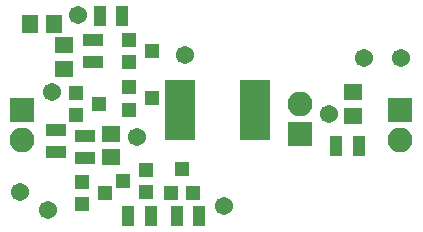
<source format=gbr>
G04 #@! TF.GenerationSoftware,KiCad,Pcbnew,5.0-dev-unknown-997d4de~62~ubuntu17.10.1*
G04 #@! TF.CreationDate,2018-02-23T16:35:03-08:00*
G04 #@! TF.ProjectId,Daughter_Board,44617567687465725F426F6172642E6B,0.1*
G04 #@! TF.SameCoordinates,Original*
G04 #@! TF.FileFunction,Soldermask,Top*
G04 #@! TF.FilePolarity,Negative*
%FSLAX46Y46*%
G04 Gerber Fmt 4.6, Leading zero omitted, Abs format (unit mm)*
G04 Created by KiCad (PCBNEW 5.0-dev-unknown-997d4de~62~ubuntu17.10.1) date Fri Feb 23 16:35:03 2018*
%MOMM*%
%LPD*%
G01*
G04 APERTURE LIST*
%ADD10R,2.600000X5.100000*%
%ADD11R,1.650000X1.400000*%
%ADD12R,1.300000X1.200000*%
%ADD13O,2.100000X2.100000*%
%ADD14R,2.100000X2.100000*%
%ADD15R,1.200000X1.300000*%
%ADD16R,1.700000X1.100000*%
%ADD17R,1.100000X1.700000*%
%ADD18C,1.543000*%
%ADD19R,1.400000X1.650000*%
G04 APERTURE END LIST*
D10*
X108200000Y-91000000D03*
X101800000Y-91000000D03*
D11*
X116500000Y-91500000D03*
X116500000Y-89500000D03*
X96000000Y-93000000D03*
X96000000Y-95000000D03*
D12*
X97000000Y-97000000D03*
X99000000Y-96050000D03*
X99000000Y-97950000D03*
X93500000Y-97050000D03*
X93500000Y-98950000D03*
X95500000Y-98000000D03*
D13*
X120500000Y-93540000D03*
D14*
X120500000Y-91000000D03*
D13*
X88500000Y-93540000D03*
D14*
X88500000Y-91000000D03*
X112000000Y-93000000D03*
D13*
X112000000Y-90460000D03*
D12*
X93000000Y-89550000D03*
X93000000Y-91450000D03*
X95000000Y-90500000D03*
X99500000Y-86000000D03*
X97500000Y-86950000D03*
X97500000Y-85050000D03*
X97500000Y-89050000D03*
X97500000Y-90950000D03*
X99500000Y-90000000D03*
D15*
X102000000Y-96000000D03*
X102950000Y-98000000D03*
X101050000Y-98000000D03*
D16*
X94500000Y-86950000D03*
X94500000Y-85050000D03*
X91300000Y-92675000D03*
X91300000Y-94575000D03*
D17*
X96950000Y-83000000D03*
X95050000Y-83000000D03*
D16*
X93825000Y-93150000D03*
X93825000Y-95050000D03*
D17*
X101550000Y-100000000D03*
X103450000Y-100000000D03*
X99375000Y-100000000D03*
X97475000Y-100000000D03*
X116950000Y-94000000D03*
X115050000Y-94000000D03*
D11*
X92000000Y-85500000D03*
X92000000Y-87500000D03*
D18*
X117450000Y-86625000D03*
X120550000Y-86625000D03*
X90975000Y-89450000D03*
X98175000Y-93275000D03*
X93175000Y-82950000D03*
X105575000Y-99100000D03*
X102250000Y-86325000D03*
X88275000Y-97900000D03*
X90700000Y-99450000D03*
X114425000Y-91325000D03*
D19*
X91175000Y-83675000D03*
X89175000Y-83675000D03*
M02*

</source>
